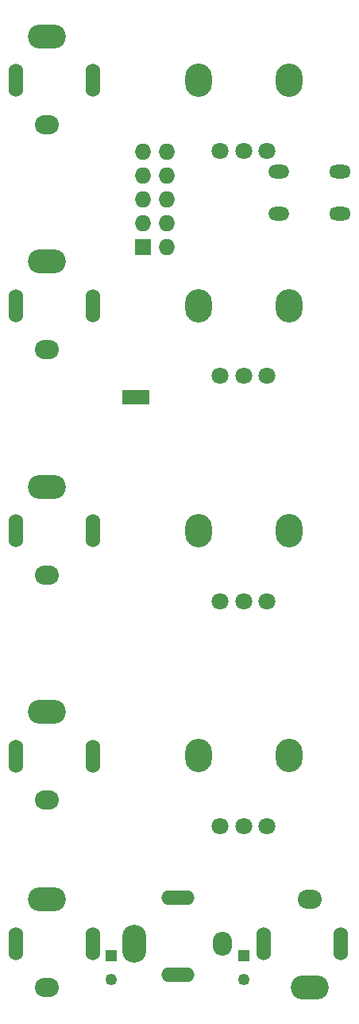
<source format=gts>
G04 #@! TF.FileFunction,Soldermask,Top*
%FSLAX46Y46*%
G04 Gerber Fmt 4.6, Leading zero omitted, Abs format (unit mm)*
G04 Created by KiCad (PCBNEW 4.0.2-stable) date 2018-09-14 2:15:48 PM*
%MOMM*%
G01*
G04 APERTURE LIST*
%ADD10C,0.200000*%
%ADD11R,1.250000X1.250000*%
%ADD12C,1.250000*%
%ADD13O,4.050000X2.550000*%
%ADD14O,2.550000X2.050000*%
%ADD15O,1.550000X3.550000*%
%ADD16O,2.550000X4.050000*%
%ADD17O,2.050000X2.550000*%
%ADD18O,3.550000X1.550000*%
%ADD19R,1.750000X1.750000*%
%ADD20O,1.750000X1.750000*%
%ADD21O,2.250000X1.450000*%
%ADD22O,2.300000X1.450000*%
%ADD23R,2.850000X1.650000*%
%ADD24O,2.850000X3.550000*%
%ADD25C,1.800000*%
G04 APERTURE END LIST*
D10*
D11*
X91880000Y-150530000D03*
D12*
X91880000Y-153070000D03*
D11*
X106000000Y-150530000D03*
D12*
X106000000Y-153070000D03*
D13*
X85000000Y-52560000D03*
D14*
X85000000Y-61960000D03*
D15*
X89900000Y-57260000D03*
X81700000Y-57260000D03*
D13*
X85000000Y-76560000D03*
D14*
X85000000Y-85960000D03*
D15*
X89900000Y-81260000D03*
X81700000Y-81260000D03*
D13*
X85000000Y-100560000D03*
D14*
X85000000Y-109960000D03*
D15*
X89900000Y-105260000D03*
X81700000Y-105260000D03*
D13*
X85000000Y-124560000D03*
D14*
X85000000Y-133960000D03*
D15*
X89900000Y-129260000D03*
X81700000Y-129260000D03*
D13*
X85000000Y-144560000D03*
D14*
X85000000Y-153960000D03*
D15*
X89900000Y-149260000D03*
X81700000Y-149260000D03*
D16*
X94300000Y-149260000D03*
D17*
X103700000Y-149260000D03*
D18*
X99000000Y-144360000D03*
X99000000Y-152560000D03*
D13*
X113000000Y-153960000D03*
D14*
X113000000Y-144560000D03*
D15*
X108100000Y-149260000D03*
X116300000Y-149260000D03*
D19*
X95250000Y-75000000D03*
D20*
X97790000Y-75000000D03*
X95250000Y-72460000D03*
X97790000Y-72460000D03*
X95250000Y-69920000D03*
X97790000Y-69920000D03*
X95250000Y-67380000D03*
X97790000Y-67380000D03*
X95250000Y-64840000D03*
X97790000Y-64840000D03*
D21*
X109750000Y-67000000D03*
X109750000Y-71500000D03*
D22*
X116250000Y-67000000D03*
X116250000Y-71500000D03*
D23*
X94500000Y-91000000D03*
D24*
X110800000Y-57250000D03*
X101200000Y-57250000D03*
D25*
X108500000Y-64750000D03*
X106000000Y-64750000D03*
X103500000Y-64750000D03*
D24*
X110800000Y-81260000D03*
X101200000Y-81260000D03*
D25*
X108500000Y-88760000D03*
X106000000Y-88760000D03*
X103500000Y-88760000D03*
D24*
X110800000Y-105250000D03*
X101200000Y-105250000D03*
D25*
X108500000Y-112750000D03*
X106000000Y-112750000D03*
X103500000Y-112750000D03*
D24*
X110790000Y-129250000D03*
X101190000Y-129250000D03*
D25*
X108490000Y-136750000D03*
X105990000Y-136750000D03*
X103490000Y-136750000D03*
M02*

</source>
